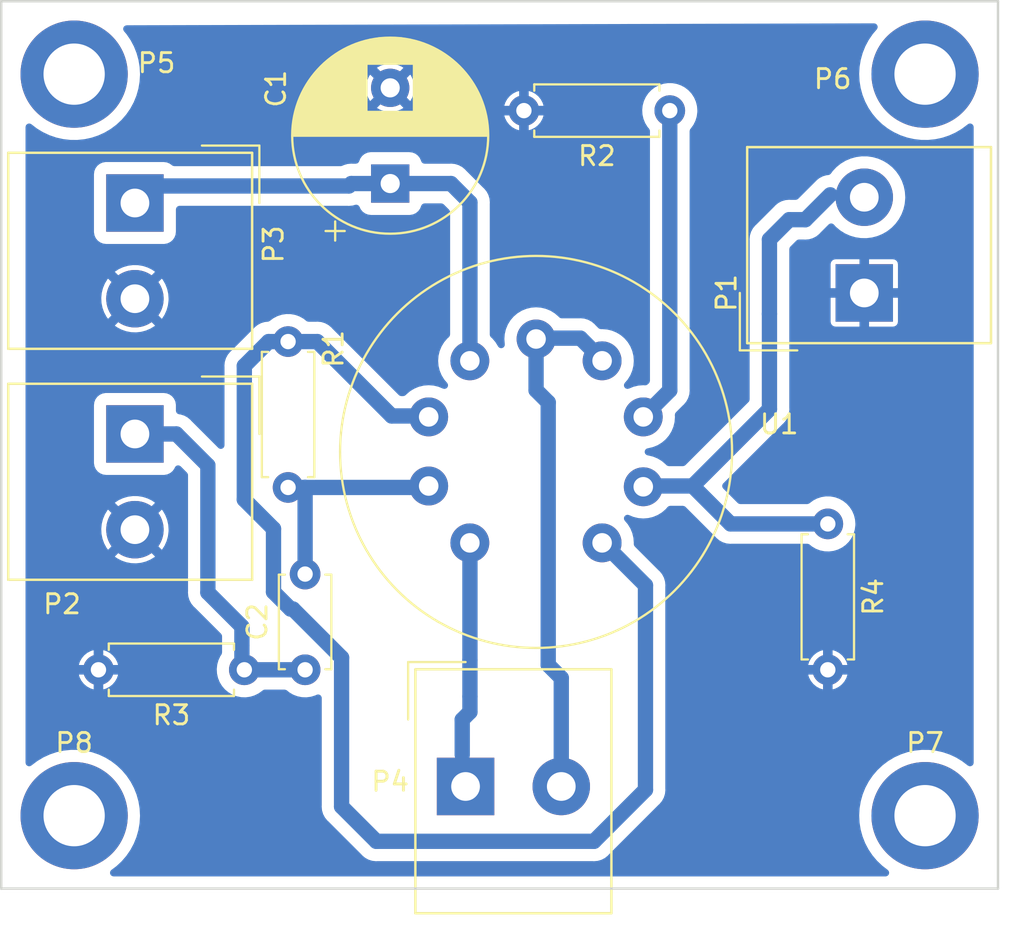
<source format=kicad_pcb>
(kicad_pcb (version 20221018) (generator pcbnew)
  (layers (0 "F.Cu" signal "top_cu") (31 "B.Cu" signal "bottom_cu") (34 "B.Paste" user) (35 "F.Paste" user) (36 "B.SilkS" user "B.Silkscreen") (37 "F.SilkS" user "F.Silkscreen") (38 "B.Mask" user) (39 "F.Mask" user) (44 "Edge.Cuts" user))
  (net 0 "")
  (net 1 "GND")
  (net 2 "Net-(C1-Pad1)")
  (net 3 "Net-(C2-Pad1)")
  (net 4 "Net-(C2-Pad2)")
  (net 5 "Net-(P1-Pad2)")
  (net 6 "Net-(P4-Pad1)")
  (net 7 "Net-(P4-Pad2)")
  (net 8 "Net-(R1-Pad1)")
  (net 9 "Net-(R2-Pad1)")
  (footprint "Capacitor_THT:CP_Radial_D10.0mm_P5.00mm" (layer "F.Cu") (at 141.605 99.695 90)
    (fp_text reference "C1" (at 4.953 -5.969 90) (layer "F.SilkS"))
    (fp_text value "10uF")
    (fp_line (start -2.979646 -2.875) (end -1.979646 -2.875) (stroke (width 0.12)) (layer "F.SilkS"))
    (fp_line (start -2.479646 -3.375) (end -2.479646 -2.375) (stroke (width 0.12)) (layer "F.SilkS"))
    (fp_line (start 2.5 -5.08) (end 2.5 5.08) (stroke (width 0.12)) (layer "F.SilkS"))
    (fp_line (start 2.54 -5.08) (end 2.54 5.08) (stroke (width 0.12)) (layer "F.SilkS"))
    (fp_line (start 2.58 -5.08) (end 2.58 5.08) (stroke (width 0.12)) (layer "F.SilkS"))
    (fp_line (start 2.62 -5.079) (end 2.62 5.079) (stroke (width 0.12)) (layer "F.SilkS"))
    (fp_line (start 2.66 -5.078) (end 2.66 5.078) (stroke (width 0.12)) (layer "F.SilkS"))
    (fp_line (start 2.7 -5.077) (end 2.7 5.077) (stroke (width 0.12)) (layer "F.SilkS"))
    (fp_line (start 2.74 -5.075) (end 2.74 5.075) (stroke (width 0.12)) (layer "F.SilkS"))
    (fp_line (start 2.78 -5.073) (end 2.78 5.073) (stroke (width 0.12)) (layer "F.SilkS"))
    (fp_line (start 2.82 -5.07) (end 2.82 5.07) (stroke (width 0.12)) (layer "F.SilkS"))
    (fp_line (start 2.86 -5.068) (end 2.86 5.068) (stroke (width 0.12)) (layer "F.SilkS"))
    (fp_line (start 2.9 -5.065) (end 2.9 5.065) (stroke (width 0.12)) (layer "F.SilkS"))
    (fp_line (start 2.94 -5.062) (end 2.94 5.062) (stroke (width 0.12)) (layer "F.SilkS"))
    (fp_line (start 2.98 -5.058) (end 2.98 5.058) (stroke (width 0.12)) (layer "F.SilkS"))
    (fp_line (start 3.02 -5.054) (end 3.02 5.054) (stroke (width 0.12)) (layer "F.SilkS"))
    (fp_line (start 3.06 -5.05) (end 3.06 5.05) (stroke (width 0.12)) (layer "F.SilkS"))
    (fp_line (start 3.1 -5.045) (end 3.1 5.045) (stroke (width 0.12)) (layer "F.SilkS"))
    (fp_line (start 3.14 -5.04) (end 3.14 5.04) (stroke (width 0.12)) (layer "F.SilkS"))
    (fp_line (start 3.18 -5.035) (end 3.18 5.035) (stroke (width 0.12)) (layer "F.SilkS"))
    (fp_line (start 3.221 -5.03) (end 3.221 5.03) (stroke (width 0.12)) (layer "F.SilkS"))
    (fp_line (start 3.261 -5.024) (end 3.261 5.024) (stroke (width 0.12)) (layer "F.SilkS"))
    (fp_line (start 3.301 -5.018) (end 3.301 5.018) (stroke (width 0.12)) (layer "F.SilkS"))
    (fp_line (start 3.341 -5.011) (end 3.341 5.011) (stroke (width 0.12)) (layer "F.SilkS"))
    (fp_line (start 3.381 -5.004) (end 3.381 5.004) (stroke (width 0.12)) (layer "F.SilkS"))
    (fp_line (start 3.421 -4.997) (end 3.421 4.997) (stroke (width 0.12)) (layer "F.SilkS"))
    (fp_line (start 3.461 -4.99) (end 3.461 4.99) (stroke (width 0.12)) (layer "F.SilkS"))
    (fp_line (start 3.501 -4.982) (end 3.501 4.982) (stroke (width 0.12)) (layer "F.SilkS"))
    (fp_line (start 3.541 -4.974) (end 3.541 4.974) (stroke (width 0.12)) (layer "F.SilkS"))
    (fp_line (start 3.581 -4.965) (end 3.581 4.965) (stroke (width 0.12)) (layer "F.SilkS"))
    (fp_line (start 3.621 -4.956) (end 3.621 4.956) (stroke (width 0.12)) (layer "F.SilkS"))
    (fp_line (start 3.661 -4.947) (end 3.661 4.947) (stroke (width 0.12)) (layer "F.SilkS"))
    (fp_line (start 3.701 -4.938) (end 3.701 4.938) (stroke (width 0.12)) (layer "F.SilkS"))
    (fp_line (start 3.741 -4.928) (end 3.741 4.928) (stroke (width 0.12)) (layer "F.SilkS"))
    (fp_line (start 3.781 -4.918) (end 3.781 -1.241) (stroke (width 0.12)) (layer "F.SilkS"))
    (fp_line (start 3.781 1.241) (end 3.781 4.918) (stroke (width 0.12)) (layer "F.SilkS"))
    (fp_line (start 3.821 -4.907) (end 3.821 -1.241) (stroke (width 0.12)) (layer "F.SilkS"))
    (fp_line (start 3.821 1.241) (end 3.821 4.907) (stroke (width 0.12)) (layer "F.SilkS"))
    (fp_line (start 3.861 -4.897) (end 3.861 -1.241) (stroke (width 0.12)) (layer "F.SilkS"))
    (fp_line (start 3.861 1.241) (end 3.861 4.897) (stroke (width 0.12)) (layer "F.SilkS"))
    (fp_line (start 3.901 -4.885) (end 3.901 -1.241) (stroke (width 0.12)) (layer "F.SilkS"))
    (fp_line (start 3.901 1.241) (end 3.901 4.885) (stroke (width 0.12)) (layer "F.SilkS"))
    (fp_line (start 3.941 -4.874) (end 3.941 -1.241) (stroke (width 0.12)) (layer "F.SilkS"))
    (fp_line (start 3.941 1.241) (end 3.941 4.874) (stroke (width 0.12)) (layer "F.SilkS"))
    (fp_line (start 3.981 -4.862) (end 3.981 -1.241) (stroke (width 0.12)) (layer "F.SilkS"))
    (fp_line (start 3.981 1.241) (end 3.981 4.862) (stroke (width 0.12)) (layer "F.SilkS"))
    (fp_line (start 4.021 -4.85) (end 4.021 -1.241) (stroke (width 0.12)) (layer "F.SilkS"))
    (fp_line (start 4.021 1.241) (end 4.021 4.85) (stroke (width 0.12)) (layer "F.SilkS"))
    (fp_line (start 4.061 -4.837) (end 4.061 -1.241) (stroke (width 0.12)) (layer "F.SilkS"))
    (fp_line (start 4.061 1.241) (end 4.061 4.837) (stroke (width 0.12)) (layer "F.SilkS"))
    (fp_line (start 4.101 -4.824) (end 4.101 -1.241) (stroke (width 0.12)) (layer "F.SilkS"))
    (fp_line (start 4.101 1.241) (end 4.101 4.824) (stroke (width 0.12)) (layer "F.SilkS"))
    (fp_line (start 4.141 -4.811) (end 4.141 -1.241) (stroke (width 0.12)) (layer "F.SilkS"))
    (fp_line (start 4.141 1.241) (end 4.141 4.811) (stroke (width 0.12)) (layer "F.SilkS"))
    (fp_line (start 4.181 -4.797) (end 4.181 -1.241) (stroke (width 0.12)) (layer "F.SilkS"))
    (fp_line (start 4.181 1.241) (end 4.181 4.797) (stroke (width 0.12)) (layer "F.SilkS"))
    (fp_line (start 4.221 -4.783) (end 4.221 -1.241) (stroke (width 0.12)) (layer "F.SilkS"))
    (fp_line (start 4.221 1.241) (end 4.221 4.783) (stroke (width 0.12)) (layer "F.SilkS"))
    (fp_line (start 4.261 -4.768) (end 4.261 -1.241) (stroke (width 0.12)) (layer "F.SilkS"))
    (fp_line (start 4.261 1.241) (end 4.261 4.768) (stroke (width 0.12)) (layer "F.SilkS"))
    (fp_line (start 4.301 -4.754) (end 4.301 -1.241) (stroke (width 0.12)) (layer "F.SilkS"))
    (fp_line (start 4.301 1.241) (end 4.301 4.754) (stroke (width 0.12)) (layer "F.SilkS"))
    (fp_line (start 4.341 -4.738) (end 4.341 -1.241) (stroke (width 0.12)) (layer "F.SilkS"))
    (fp_line (start 4.341 1.241) (end 4.341 4.738) (stroke (width 0.12)) (layer "F.SilkS"))
    (fp_line (start 4.381 -4.723) (end 4.381 -1.241) (stroke (width 0.12)) (layer "F.SilkS"))
    (fp_line (start 4.381 1.241) (end 4.381 4.723) (stroke (width 0.12)) (layer "F.SilkS"))
    (fp_line (start 4.421 -4.707) (end 4.421 -1.241) (stroke (width 0.12)) (layer "F.SilkS"))
    (fp_line (start 4.421 1.241) (end 4.421 4.707) (stroke (width 0.12)) (layer "F.SilkS"))
    (fp_line (start 4.461 -4.69) (end 4.461 -1.241) (stroke (width 0.12)) (layer "F.SilkS"))
    (fp_line (start 4.461 1.241) (end 4.461 4.69) (stroke (width 0.12)) (layer "F.SilkS"))
    (fp_line (start 4.501 -4.674) (end 4.501 -1.241) (stroke (width 0.12)) (layer "F.SilkS"))
    (fp_line (start 4.501 1.241) (end 4.501 4.674) (stroke (width 0.12)) (layer "F.SilkS"))
    (fp_line (start 4.541 -4.657) (end 4.541 -1.241) (stroke (width 0.12)) (layer "F.SilkS"))
    (fp_line (start 4.541 1.241) (end 4.541 4.657) (stroke (width 0.12)) (layer "F.SilkS"))
    (fp_line (start 4.581 -4.639) (end 4.581 -1.241) (stroke (width 0.12)) (layer "F.SilkS"))
    (fp_line (start 4.581 1.241) (end 4.581 4.639) (stroke (width 0.12)) (layer "F.SilkS"))
    (fp_line (start 4.621 -4.621) (end 4.621 -1.241) (stroke (width 0.12)) (layer "F.SilkS"))
    (fp_line (start 4.621 1.241) (end 4.621 4.621) (stroke (width 0.12)) (layer "F.SilkS"))
    (fp_line (start 4.661 -4.603) (end 4.661 -1.241) (stroke (width 0.12)) (layer "F.SilkS"))
    (fp_line (start 4.661 1.241) (end 4.661 4.603) (stroke (width 0.12)) (layer "F.SilkS"))
    (fp_line (start 4.701 -4.584) (end 4.701 -1.241) (stroke (width 0.12)) (layer "F.SilkS"))
    (fp_line (start 4.701 1.241) (end 4.701 4.584) (stroke (width 0.12)) (layer "F.SilkS"))
    (fp_line (start 4.741 -4.564) (end 4.741 -1.241) (stroke (width 0.12)) (layer "F.SilkS"))
    (fp_line (start 4.741 1.241) (end 4.741 4.564) (stroke (width 0.12)) (layer "F.SilkS"))
    (fp_line (start 4.781 -4.545) (end 4.781 -1.241) (stroke (width 0.12)) (layer "F.SilkS"))
    (fp_line (start 4.781 1.241) (end 4.781 4.545) (stroke (width 0.12)) (layer "F.SilkS"))
    (fp_line (start 4.821 -4.525) (end 4.821 -1.241) (stroke (width 0.12)) (layer "F.SilkS"))
    (fp_line (start 4.821 1.241) (end 4.821 4.525) (stroke (width 0.12)) (layer "F.SilkS"))
    (fp_line (start 4.861 -4.504) (end 4.861 -1.241) (stroke (width 0.12)) (layer "F.SilkS"))
    (fp_line (start 4.861 1.241) (end 4.861 4.504) (stroke (width 0.12)) (layer "F.SilkS"))
    (fp_line (start 4.901 -4.483) (end 4.901 -1.241) (stroke (width 0.12)) (layer "F.SilkS"))
    (fp_line (start 4.901 1.241) (end 4.901 4.483) (stroke (width 0.12)) (layer "F.SilkS"))
    (fp_line (start 4.941 -4.462) (end 4.941 -1.241) (stroke (width 0.12)) (layer "F.SilkS"))
    (fp_line (start 4.941 1.241) (end 4.941 4.462) (stroke (width 0.12)) (layer "F.SilkS"))
    (fp_line (start 4.981 -4.44) (end 4.981 -1.241) (stroke (width 0.12)) (layer "F.SilkS"))
    (fp_line (start 4.981 1.241) (end 4.981 4.44) (stroke (width 0.12)) (layer "F.SilkS"))
    (fp_line (start 5.021 -4.417) (end 5.021 -1.241) (stroke (width 0.12)) (layer "F.SilkS"))
    (fp_line (start 5.021 1.241) (end 5.021 4.417) (stroke (width 0.12)) (layer "F.SilkS"))
    (fp_line (start 5.061 -4.395) (end 5.061 -1.241) (stroke (width 0.12)) (layer "F.SilkS"))
    (fp_line (start 5.061 1.241) (end 5.061 4.395) (stroke (width 0.12)) (layer "F.SilkS"))
    (fp_line (start 5.101 -4.371) (end 5.101 -1.241) (stroke (width 0.12)) (layer "F.SilkS"))
    (fp_line (start 5.101 1.241) (end 5.101 4.371) (stroke (width 0.12)) (layer "F.SilkS"))
    (fp_line (start 5.141 -4.347) (end 5.141 -1.241) (stroke (width 0.12)) (layer "F.SilkS"))
    (fp_line (start 5.141 1.241) (end 5.141 4.347) (stroke (width 0.12)) (layer "F.SilkS"))
    (fp_line (start 5.181 -4.323) (end 5.181 -1.241) (stroke (width 0.12)) (layer "F.SilkS"))
    (fp_line (start 5.181 1.241) (end 5.181 4.323) (stroke (width 0.12)) (layer "F.SilkS"))
    (fp_line (start 5.221 -4.298) (end 5.221 -1.241) (stroke (width 0.12)) (layer "F.SilkS"))
    (fp_line (start 5.221 1.241) (end 5.221 4.298) (stroke (width 0.12)) (layer "F.SilkS"))
    (fp_line (start 5.261 -4.273) (end 5.261 -1.241) (stroke (width 0.12)) (layer "F.SilkS"))
    (fp_line (start 5.261 1.241) (end 5.261 4.273) (stroke (width 0.12)) (layer "F.SilkS"))
    (fp_line (start 5.301 -4.247) (end 5.301 -1.241) (stroke (width 0.12)) (layer "F.SilkS"))
    (fp_line (start 5.301 1.241) (end 5.301 4.247) (stroke (width 0.12)) (layer "F.SilkS"))
    (fp_line (start 5.341 -4.221) (end 5.341 -1.241) (stroke (width 0.12)) (layer "F.SilkS"))
    (fp_line (start 5.341 1.241) (end 5.341 4.221) (stroke (width 0.12)) (layer "F.SilkS"))
    (fp_line (start 5.381 -4.194) (end 5.381 -1.241) (stroke (width 0.12)) (layer "F.SilkS"))
    (fp_line (start 5.381 1.241) (end 5.381 4.194) (stroke (width 0.12)) (layer "F.SilkS"))
    (fp_line (start 5.421 -4.166) (end 5.421 -1.241) (stroke (width 0.12)) (layer "F.SilkS"))
    (fp_line (start 5.421 1.241) (end 5.421 4.166) (stroke (width 0.12)) (layer "F.SilkS"))
    (fp_line (start 5.461 -4.138) (end 5.461 -1.241) (stroke (width 0.12)) (layer "F.SilkS"))
    (fp_line (start 5.461 1.241) (end 5.461 4.138) (stroke (width 0.12)) (layer "F.SilkS"))
    (fp_line (start 5.501 -4.11) (end 5.501 -1.241) (stroke (width 0.12)) (layer "F.SilkS"))
    (fp_line (start 5.501 1.241) (end 5.501 4.11) (stroke (width 0.12)) (layer "F.SilkS"))
    (fp_line (start 5.541 -4.08) (end 5.541 -1.241) (stroke (width 0.12)) (layer "F.SilkS"))
    (fp_line (start 5.541 1.241) (end 5.541 4.08) (stroke (width 0.12)) (layer "F.SilkS"))
    (fp_line (start 5.581 -4.05) (end 5.581 -1.241) (stroke (width 0.12)) (layer "F.SilkS"))
    (fp_line (start 5.581 1.241) (end 5.581 4.05) (stroke (width 0.12)) (layer "F.SilkS"))
    (fp_line (start 5.621 -4.02) (end 5.621 -1.241) (stroke (width 0.12)) (layer "F.SilkS"))
    (fp_line (start 5.621 1.241) (end 5.621 4.02) (stroke (width 0.12)) (layer "F.SilkS"))
    (fp_line (start 5.661 -3.989) (end 5.661 -1.241) (stroke (width 0.12)) (layer "F.SilkS"))
    (fp_line (start 5.661 1.241) (end 5.661 3.989) (stroke (width 0.12)) (layer "F.SilkS"))
    (fp_line (start 5.701 -3.957) (end 5.701 -1.241) (stroke (width 0.12)) (layer "F.SilkS"))
    (fp_line (start 5.701 1.241) (end 5.701 3.957) (stroke (width 0.12)) (layer "F.SilkS"))
    (fp_line (start 5.741 -3.925) (end 5.741 -1.241) (stroke (width 0.12)) (layer "F.SilkS"))
    (fp_line (start 5.741 1.241) (end 5.741 3.925) (stroke (width 0.12)) (layer "F.SilkS"))
    (fp_line (start 5.781 -3.892) (end 5.781 -1.241) (stroke (width 0.12)) (layer "F.SilkS"))
    (fp_line (start 5.781 1.241) (end 5.781 3.892) (stroke (width 0.12)) (layer "F.SilkS"))
    (fp_line (start 5.821 -3.858) (end 5.821 -1.241) (stroke (width 0.12)) (layer "F.SilkS"))
    (fp_line (start 5.821 1.241) (end 5.821 3.858) (stroke (width 0.12)) (layer "F.SilkS"))
    (fp_line (start 5.861 -3.824) (end 5.861 -1.241) (stroke (width 0.12)) (layer "F.SilkS"))
    (fp_line (start 5.861 1.241) (end 5.861 3.824) (stroke (width 0.12)) (layer "F.SilkS"))
    (fp_line (start 5.901 -3.789) (end 5.901 -1.241) (stroke (width 0.12)) (layer "F.SilkS"))
    (fp_line (start 5.901 1.241) (end 5.901 3.789) (stroke (width 0.12)) (layer "F.SilkS"))
    (fp_line (start 5.941 -3.753) (end 5.941 -1.241) (stroke (width 0.12)) (layer "F.SilkS"))
    (fp_line (start 5.941 1.241) (end 5.941 3.753) (stroke (width 0.12)) (layer "F.SilkS"))
    (fp_line (start 5.981 -3.716) (end 5.981 -1.241) (stroke (width 0.12)) (layer "F.SilkS"))
    (fp_line (start 5.981 1.241) (end 5.981 3.716) (stroke (width 0.12)) (layer "F.SilkS"))
    (fp_line (start 6.021 -3.679) (end 6.021 -1.241) (stroke (width 0.12)) (layer "F.SilkS"))
    (fp_line (start 6.021 1.241) (end 6.021 3.679) (stroke (width 0.12)) (layer "F.SilkS"))
    (fp_line (start 6.061 -3.64) (end 6.061 -1.241) (stroke (width 0.12)) (layer "F.SilkS"))
    (fp_line (start 6.061 1.241) (end 6.061 3.64) (stroke (width 0.12)) (layer "F.SilkS"))
    (fp_line (start 6.101 -3.601) (end 6.101 -1.241) (stroke (width 0.12)) (layer "F.SilkS"))
    (fp_line (start 6.101 1.241) (end 6.101 3.601) (stroke (width 0.12)) (layer "F.SilkS"))
    (fp_line (start 6.141 -3.561) (end 6.141 -1.241) (stroke (width 0.12)) (layer "F.SilkS"))
    (fp_line (start 6.141 1.241) (end 6.141 3.561) (stroke (width 0.12)) (layer "F.SilkS"))
    (fp_line (start 6.181 -3.52) (end 6.181 -1.241) (stroke (width 0.12)) (layer "F.SilkS"))
    (fp_line (start 6.181 1.241) (end 6.181 3.52) (stroke (width 0.12)) (layer "F.SilkS"))
    (fp_line (start 6.221 -3.478) (end 6.221 -1.241) (stroke (width 0.12)) (layer "F.SilkS"))
    (fp_line (start 6.221 1.241) (end 6.221 3.478) (stroke (width 0.12)) (layer "F.SilkS"))
    (fp_line (start 6.261 -3.436) (end 6.261 3.436) (stroke (width 0.12)) (layer "F.SilkS"))
    (fp_line (start 6.301 -3.392) (end 6.301 3.392) (stroke (width 0.12)) (layer "F.SilkS"))
    (fp_line (start 6.341 -3.347) (end 6.341 3.347) (stroke (width 0.12)) (layer "F.SilkS"))
    (fp_line (start 6.381 -3.301) (end 6.381 3.301) (stroke (width 0.12)) (layer "F.SilkS"))
    (fp_line (start 6.421 -3.254) (end 6.421 3.254) (stroke (width 0.12)) (layer "F.SilkS"))
    (fp_line (start 6.461 -3.206) (end 6.461 3.206) (stroke (width 0.12)) (layer "F.SilkS"))
    (fp_line (start 6.501 -3.156) (end 6.501 3.156) (stroke (width 0.12)) (layer "F.SilkS"))
    (fp_line (start 6.541 -3.106) (end 6.541 3.106) (stroke (width 0.12)) (layer "F.SilkS"))
    (fp_line (start 6.581 -3.054) (end 6.581 3.054) (stroke (width 0.12)) (layer "F.SilkS"))
    (fp_line (start 6.621 -3) (end 6.621 3) (stroke (width 0.12)) (layer "F.SilkS"))
    (fp_line (start 6.661 -2.945) (end 6.661 2.945) (stroke (width 0.12)) (layer "F.SilkS"))
    (fp_line (start 6.701 -2.889) (end 6.701 2.889) (stroke (width 0.12)) (layer "F.SilkS"))
    (fp_line (start 6.741 -2.83) (end 6.741 2.83) (stroke (width 0.12)) (layer "F.SilkS"))
    (fp_line (start 6.781 -2.77) (end 6.781 2.77) (stroke (width 0.12)) (layer "F.SilkS"))
    (fp_line (start 6.821 -2.709) (end 6.821 2.709) (stroke (width 0.12)) (layer "F.SilkS"))
    (fp_line (start 6.861 -2.645) (end 6.861 2.645) (stroke (width 0.12)) (layer "F.SilkS"))
    (fp_line (start 6.901 -2.579) (end 6.901 2.579) (stroke (width 0.12)) (layer "F.SilkS"))
    (fp_line (start 6.941 -2.51) (end 6.941 2.51) (stroke (width 0.12)) (layer "F.SilkS"))
    (fp_line (start 6.981 -2.439) (end 6.981 2.439) (stroke (width 0.12)) (layer "F.SilkS"))
    (fp_line (start 7.021 -2.365) (end 7.021 2.365) (stroke (width 0.12)) (layer "F.SilkS"))
    (fp_line (start 7.061 -2.289) (end 7.061 2.289) (stroke (width 0.12)) (layer "F.SilkS"))
    (fp_line (start 7.101 -2.209) (end 7.101 2.209) (stroke (width 0.12)) (layer "F.SilkS"))
    (fp_line (start 7.141 -2.125) (end 7.141 2.125) (stroke (width 0.12)) (layer "F.SilkS"))
    (fp_line (start 7.181 -2.037) (end 7.181 2.037) (stroke (width 0.12)) (layer "F.SilkS"))
    (fp_line (start 7.221 -1.944) (end 7.221 1.944) (stroke (width 0.12)) (layer "F.SilkS"))
    (fp_line (start 7.261 -1.846) (end 7.261 1.846) (stroke (width 0.12)) (layer "F.SilkS"))
    (fp_line (start 7.301 -1.742) (end 7.301 1.742) (stroke (width 0.12)) (layer "F.SilkS"))
    (fp_line (start 7.341 -1.63) (end 7.341 1.63) (stroke (width 0.12)) (layer "F.SilkS"))
    (fp_line (start 7.381 -1.51) (end 7.381 1.51) (stroke (width 0.12)) (layer "F.SilkS"))
    (fp_line (start 7.421 -1.378) (end 7.421 1.378) (stroke (width 0.12)) (layer "F.SilkS"))
    (fp_line (start 7.461 -1.23) (end 7.461 1.23) (stroke (width 0.12)) (layer "F.SilkS"))
    (fp_line (start 7.501 -1.062) (end 7.501 1.062) (stroke (width 0.12)) (layer "F.SilkS"))
    (fp_line (start 7.541 -0.862) (end 7.541 0.862) (stroke (width 0.12)) (layer "F.SilkS"))
    (fp_line (start 7.581 -0.599) (end 7.581 0.599) (stroke (width 0.12)) (layer "F.SilkS"))
    (fp_circle (center 2.5 0) (end 7.62 0) (stroke (width 0.12)) (fill none) (layer "F.SilkS"))
    (pad "1" thru_hole rect (at 0 0 90) (size 2 2) (drill 1) (layers "*.Cu" "*.Mask") (net 2 "Net-(C1-Pad1)"))
    (pad "2" thru_hole circle (at 5 0 90) (size 2 2) (drill 1) (layers "*.Cu" "*.Mask") (net 1 "GND"))
  )
  (footprint "Capacitor_THT:C_Disc_D4.7mm_W2.5mm_P5.00mm" (layer "F.Cu") (at 137.16 125.095 90)
    (fp_text reference "C2" (at 2.5 -2.5 90) (layer "F.SilkS"))
    (fp_text value "680nF")
    (fp_line (start 0.03 -1.37) (end 0.03 -1.055) (stroke (width 0.12)) (layer "F.SilkS"))
    (fp_line (start 0.03 -1.37) (end 4.97 -1.37) (stroke (width 0.12)) (layer "F.SilkS"))
    (fp_line (start 0.03 1.055) (end 0.03 1.37) (stroke (width 0.12)) (layer "F.SilkS"))
    (fp_line (start 0.03 1.37) (end 4.97 1.37) (stroke (width 0.12)) (layer "F.SilkS"))
    (fp_line (start 4.97 -1.37) (end 4.97 -1.055) (stroke (width 0.12)) (layer "F.SilkS"))
    (fp_line (start 4.97 1.055) (end 4.97 1.37) (stroke (width 0.12)) (layer "F.SilkS"))
    (pad "1" thru_hole circle (at 0 0 90) (size 1.6 1.6) (drill 0.8) (layers "*.Cu" "*.Mask") (net 3 "Net-(C2-Pad1)"))
    (pad "2" thru_hole circle (at 5 0 90) (size 1.6 1.6) (drill 0.8) (layers "*.Cu" "*.Mask") (net 4 "Net-(C2-Pad2)"))
  )
  (footprint "MountingHole:MountingHole_3.2mm_M3_DIN965_Pad" (layer "F.Cu") (at 125.095 93.98)
    (fp_text reference "P5" (at 4.305 -0.58) (layer "F.SilkS"))
    (fp_text value "MOUNTING_HOLE")
    (pad "1" thru_hole circle (at 0 0) (size 5.6 5.6) (drill 3.2) (layers "*.Cu" "*.Mask"))
  )
  (footprint "MountingHole:MountingHole_3.2mm_M3_DIN965_Pad" (layer "F.Cu") (at 169.545 93.98)
    (fp_text reference "P6" (at -4.826 0.254) (layer "F.SilkS"))
    (fp_text value "MOUNTING_HOLE")
    (pad "1" thru_hole circle (at 0 0) (size 5.6 5.6) (drill 3.2) (layers "*.Cu" "*.Mask"))
  )
  (footprint "MountingHole:MountingHole_3.2mm_M3_DIN965_Pad" (layer "F.Cu") (at 169.545 132.715)
    (fp_text reference "P7" (at 0 -3.8) (layer "F.SilkS"))
    (fp_text value "MOUNTING_HOLE")
    (pad "1" thru_hole circle (at 0 0) (size 5.6 5.6) (drill 3.2) (layers "*.Cu" "*.Mask"))
  )
  (footprint "Resistor_THT:R_Axial_DIN0207_L6.3mm_D2.5mm_P7.62mm_Horizontal" (layer "F.Cu") (at 136.271 107.95 -90)
    (fp_text reference "R1" (at 0.381 -2.37 90) (layer "F.SilkS"))
    (fp_text value "1.5K")
    (fp_line (start 0.54 -1.37) (end 7.08 -1.37) (stroke (width 0.12)) (layer "F.SilkS"))
    (fp_line (start 0.54 -1.04) (end 0.54 -1.37) (stroke (width 0.12)) (layer "F.SilkS"))
    (fp_line (start 0.54 1.04) (end 0.54 1.37) (stroke (width 0.12)) (layer "F.SilkS"))
    (fp_line (start 0.54 1.37) (end 7.08 1.37) (stroke (width 0.12)) (layer "F.SilkS"))
    (fp_line (start 7.08 -1.37) (end 7.08 -1.04) (stroke (width 0.12)) (layer "F.SilkS"))
    (fp_line (start 7.08 1.37) (end 7.08 1.04) (stroke (width 0.12)) (layer "F.SilkS"))
    (pad "1" thru_hole circle (at 0 0 270) (size 1.6 1.6) (drill 0.8) (layers "*.Cu" "*.Mask") (net 8 "Net-(R1-Pad1)"))
    (pad "2" thru_hole oval (at 7.62 0 270) (size 1.6 1.6) (drill 0.8) (layers "*.Cu" "*.Mask") (net 4 "Net-(C2-Pad2)"))
  )
  (footprint "Resistor_THT:R_Axial_DIN0207_L6.3mm_D2.5mm_P7.62mm_Horizontal" (layer "F.Cu") (at 156.21 95.885 180)
    (fp_text reference "R2" (at 3.81 -2.37) (layer "F.SilkS"))
    (fp_text value "1.5K")
    (fp_line (start 0.54 -1.37) (end 7.08 -1.37) (stroke (width 0.12)) (layer "F.SilkS"))
    (fp_line (start 0.54 -1.04) (end 0.54 -1.37) (stroke (width 0.12)) (layer "F.SilkS"))
    (fp_line (start 0.54 1.04) (end 0.54 1.37) (stroke (width 0.12)) (layer "F.SilkS"))
    (fp_line (start 0.54 1.37) (end 7.08 1.37) (stroke (width 0.12)) (layer "F.SilkS"))
    (fp_line (start 7.08 -1.37) (end 7.08 -1.04) (stroke (width 0.12)) (layer "F.SilkS"))
    (fp_line (start 7.08 1.37) (end 7.08 1.04) (stroke (width 0.12)) (layer "F.SilkS"))
    (pad "1" thru_hole circle (at 0 0 180) (size 1.6 1.6) (drill 0.8) (layers "*.Cu" "*.Mask") (net 9 "Net-(R2-Pad1)"))
    (pad "2" thru_hole oval (at 7.62 0 180) (size 1.6 1.6) (drill 0.8) (layers "*.Cu" "*.Mask") (net 1 "GND"))
  )
  (footprint "Resistor_THT:R_Axial_DIN0207_L6.3mm_D2.5mm_P7.62mm_Horizontal" (layer "F.Cu") (at 164.465 117.475 -90)
    (fp_text reference "R4" (at 3.81 -2.37 90) (layer "F.SilkS"))
    (fp_text value "47K")
    (fp_line (start 0.54 -1.37) (end 7.08 -1.37) (stroke (width 0.12)) (layer "F.SilkS"))
    (fp_line (start 0.54 -1.04) (end 0.54 -1.37) (stroke (width 0.12)) (layer "F.SilkS"))
    (fp_line (start 0.54 1.04) (end 0.54 1.37) (stroke (width 0.12)) (layer "F.SilkS"))
    (fp_line (start 0.54 1.37) (end 7.08 1.37) (stroke (width 0.12)) (layer "F.SilkS"))
    (fp_line (start 7.08 -1.37) (end 7.08 -1.04) (stroke (width 0.12)) (layer "F.SilkS"))
    (fp_line (start 7.08 1.37) (end 7.08 1.04) (stroke (width 0.12)) (layer "F.SilkS"))
    (pad "1" thru_hole circle (at 0 0 270) (size 1.6 1.6) (drill 0.8) (layers "*.Cu" "*.Mask") (net 5 "Net-(P1-Pad2)"))
    (pad "2" thru_hole oval (at 7.62 0 270) (size 1.6 1.6) (drill 0.8) (layers "*.Cu" "*.Mask") (net 1 "GND"))
  )
  (footprint "TerminalBlock_Altech:Altech_AK300_1x02_P5.00mm_45-Degree" (layer "F.Cu") (at 128.27 112.776 -90)
    (fp_text reference "P2" (at 8.89 3.81 180) (layer "F.SilkS"))
    (fp_text value "OUT")
    (fp_line (start -3 -6.5) (end 0 -6.5) (stroke (width 0.12)) (layer "F.SilkS"))
    (fp_line (start -3 -3.5) (end -3 -6.5) (stroke (width 0.12)) (layer "F.SilkS"))
    (fp_line (start -2.62 -6.12) (end -2.62 6.62) (stroke (width 0.12)) (layer "F.SilkS"))
    (fp_line (start -2.62 -6.12) (end -2.62 6.62) (stroke (width 0.12)) (layer "F.SilkS"))
    (fp_line (start -2.62 -6.12) (end 7.62 -6.12) (stroke (width 0.12)) (layer "F.SilkS"))
    (fp_line (start -2.62 -6.12) (end 7.62 -6.12) (stroke (width 0.12)) (layer "F.SilkS"))
    (fp_line (start -2.62 6.62) (end 7.62 6.62) (stroke (width 0.12)) (layer "F.SilkS"))
    (fp_line (start -2.62 6.62) (end 7.62 6.62) (stroke (width 0.12)) (layer "F.SilkS"))
    (fp_line (start 7.62 -6.12) (end 7.62 6.62) (stroke (width 0.12)) (layer "F.SilkS"))
    (fp_line (start 7.62 -6.12) (end 7.62 6.62) (stroke (width 0.12)) (layer "F.SilkS"))
    (pad "1" thru_hole rect (at 0 0 270) (size 3 3) (drill 1.5) (layers "*.Cu" "*.Mask") (net 3 "Net-(C2-Pad1)"))
    (pad "2" thru_hole circle (at 5 0 270) (size 3 3) (drill 1.5) (layers "*.Cu" "*.Mask") (net 1 "GND"))
  )
  (footprint "TerminalBlock_Altech:Altech_AK300_1x02_P5.00mm_45-Degree" (layer "F.Cu") (at 128.27 100.711 -90)
    (fp_text reference "P3" (at 2.159 -7.239 90) (layer "F.SilkS"))
    (fp_text value "POWER")
    (fp_line (start -3 -6.5) (end 0 -6.5) (stroke (width 0.12)) (layer "F.SilkS"))
    (fp_line (start -3 -3.5) (end -3 -6.5) (stroke (width 0.12)) (layer "F.SilkS"))
    (fp_line (start -2.62 -6.12) (end -2.62 6.62) (stroke (width 0.12)) (layer "F.SilkS"))
    (fp_line (start -2.62 -6.12) (end -2.62 6.62) (stroke (width 0.12)) (layer "F.SilkS"))
    (fp_line (start -2.62 -6.12) (end 7.62 -6.12) (stroke (width 0.12)) (layer "F.SilkS"))
    (fp_line (start -2.62 -6.12) (end 7.62 -6.12) (stroke (width 0.12)) (layer "F.SilkS"))
    (fp_line (start -2.62 6.62) (end 7.62 6.62) (stroke (width 0.12)) (layer "F.SilkS"))
    (fp_line (start -2.62 6.62) (end 7.62 6.62) (stroke (width 0.12)) (layer "F.SilkS"))
    (fp_line (start 7.62 -6.12) (end 7.62 6.62) (stroke (width 0.12)) (layer "F.SilkS"))
    (fp_line (start 7.62 -6.12) (end 7.62 6.62) (stroke (width 0.12)) (layer "F.SilkS"))
    (pad "1" thru_hole rect (at 0 0 270) (size 3 3) (drill 1.5) (layers "*.Cu" "*.Mask") (net 2 "Net-(C1-Pad1)"))
    (pad "2" thru_hole circle (at 5 0 270) (size 3 3) (drill 1.5) (layers "*.Cu" "*.Mask") (net 1 "GND"))
  )
  (footprint "TerminalBlock_Altech:Altech_AK300_1x02_P5.00mm_45-Degree" (layer "F.Cu") (at 145.542 131.191)
    (fp_text reference "P4" (at -3.937 -0.254) (layer "F.SilkS"))
    (fp_text value "CONN_2")
    (fp_line (start -3 -6.5) (end 0 -6.5) (stroke (width 0.12)) (layer "F.SilkS"))
    (fp_line (start -3 -3.5) (end -3 -6.5) (stroke (width 0.12)) (layer "F.SilkS"))
    (fp_line (start -2.62 -6.12) (end -2.62 6.62) (stroke (width 0.12)) (layer "F.SilkS"))
    (fp_line (start -2.62 -6.12) (end -2.62 6.62) (stroke (width 0.12)) (layer "F.SilkS"))
    (fp_line (start -2.62 -6.12) (end 7.62 -6.12) (stroke (width 0.12)) (layer "F.SilkS"))
    (fp_line (start -2.62 -6.12) (end 7.62 -6.12) (stroke (width 0.12)) (layer "F.SilkS"))
    (fp_line (start -2.62 6.62) (end 7.62 6.62) (stroke (width 0.12)) (layer "F.SilkS"))
    (fp_line (start -2.62 6.62) (end 7.62 6.62) (stroke (width 0.12)) (layer "F.SilkS"))
    (fp_line (start 7.62 -6.12) (end 7.62 6.62) (stroke (width 0.12)) (layer "F.SilkS"))
    (fp_line (start 7.62 -6.12) (end 7.62 6.62) (stroke (width 0.12)) (layer "F.SilkS"))
    (pad "1" thru_hole rect (at 0 0) (size 3 3) (drill 1.5) (layers "*.Cu" "*.Mask") (net 6 "Net-(P4-Pad1)"))
    (pad "2" thru_hole circle (at 5 0) (size 3 3) (drill 1.5) (layers "*.Cu" "*.Mask") (net 7 "Net-(P4-Pad2)"))
  )
  (footprint "Resistor_THT:R_Axial_DIN0207_L6.3mm_D2.5mm_P7.62mm_Horizontal" (layer "F.Cu") (at 133.985 125.095 180)
    (fp_text reference "R3" (at 3.81 -2.37) (layer "F.SilkS"))
    (fp_text value "100K")
    (fp_line (start 0.54 -1.37) (end 7.08 -1.37) (stroke (width 0.12)) (layer "F.SilkS"))
    (fp_line (start 0.54 -1.04) (end 0.54 -1.37) (stroke (width 0.12)) (layer "F.SilkS"))
    (fp_line (start 0.54 1.04) (end 0.54 1.37) (stroke (width 0.12)) (layer "F.SilkS"))
    (fp_line (start 0.54 1.37) (end 7.08 1.37) (stroke (width 0.12)) (layer "F.SilkS"))
    (fp_line (start 7.08 -1.37) (end 7.08 -1.04) (stroke (width 0.12)) (layer "F.SilkS"))
    (fp_line (start 7.08 1.37) (end 7.08 1.04) (stroke (width 0.12)) (layer "F.SilkS"))
    (pad "1" thru_hole circle (at 0 0 180) (size 1.6 1.6) (drill 0.8) (layers "*.Cu" "*.Mask") (net 3 "Net-(C2-Pad1)"))
    (pad "2" thru_hole oval (at 7.62 0 180) (size 1.6 1.6) (drill 0.8) (layers "*.Cu" "*.Mask") (net 1 "GND"))
  )
  (footprint "Valve:Valve_ECC-83-1" (layer "F.Cu") (at 149.225 113.665)
    (fp_text reference "U1" (at 12.7 -1.397) (layer "F.SilkS"))
    (fp_text value "ECC83")
    (fp_circle (center 0 0.05) (end 10.16 1.32) (stroke (width 0.12)) (fill none) (layer "F.SilkS"))
    (pad "1" thru_hole circle (at 3.45 4.8) (size 2.03 2.03) (drill 1.02) (layers "*.Cu" "*.Mask") (net 8 "Net-(R1-Pad1)"))
    (pad "2" thru_hole circle (at 5.6 1.87) (size 2.03 2.03) (drill 1.02) (layers "*.Cu" "*.Mask") (net 5 "Net-(P1-Pad2)"))
    (pad "3" thru_hole circle (at 5.6 -1.78) (size 2.03 2.03) (drill 1.02) (layers "*.Cu" "*.Mask") (net 9 "Net-(R2-Pad1)"))
    (pad "4" thru_hole circle (at 3.45 -4.71) (size 2.03 2.03) (drill 1.02) (layers "*.Cu" "*.Mask") (net 7 "Net-(P4-Pad2)"))
    (pad "5" thru_hole circle (at 0 -5.85) (size 2.03 2.03) (drill 1.02) (layers "*.Cu" "*.Mask") (net 7 "Net-(P4-Pad2)"))
    (pad "6" thru_hole circle (at -3.46 -4.71) (size 2.03 2.03) (drill 1.02) (layers "*.Cu" "*.Mask") (net 2 "Net-(C1-Pad1)"))
    (pad "7" thru_hole circle (at -5.61 -1.78) (size 2.03 2.03) (drill 1.02) (layers "*.Cu" "*.Mask") (net 8 "Net-(R1-Pad1)"))
    (pad "8" thru_hole circle (at -5.61 1.83) (size 2.03 2.03) (drill 1.02) (layers "*.Cu" "*.Mask") (net 4 "Net-(C2-Pad2)"))
    (pad "9" thru_hole circle (at -3.46 4.8) (size 2.03 2.03) (drill 1.02) (layers "*.Cu" "*.Mask") (net 6 "Net-(P4-Pad1)"))
  )
  (footprint "TerminalBlock_Altech:Altech_AK300_1x02_P5.00mm_45-Degree" (layer "F.Cu") (at 166.37 105.41 90)
    (fp_text reference "P1" (at 0 -7.2 90) (layer "F.SilkS"))
    (fp_text value "IN")
    (fp_line (start -3 -6.5) (end 0 -6.5) (stroke (width 0.12)) (layer "F.SilkS"))
    (fp_line (start -3 -3.5) (end -3 -6.5) (stroke (width 0.12)) (layer "F.SilkS"))
    (fp_line (start -2.62 -6.12) (end -2.62 6.62) (stroke (width 0.12)) (layer "F.SilkS"))
    (fp_line (start -2.62 -6.12) (end -2.62 6.62) (stroke (width 0.12)) (layer "F.SilkS"))
    (fp_line (start -2.62 -6.12) (end 7.62 -6.12) (stroke (width 0.12)) (layer "F.SilkS"))
    (fp_line (start -2.62 -6.12) (end 7.62 -6.12) (stroke (width 0.12)) (layer "F.SilkS"))
    (fp_line (start -2.62 6.62) (end 7.62 6.62) (stroke (width 0.12)) (layer "F.SilkS"))
    (fp_line (start -2.62 6.62) (end 7.62 6.62) (stroke (width 0.12)) (layer "F.SilkS"))
    (fp_line (start 7.62 -6.12) (end 7.62 6.62) (stroke (width 0.12)) (layer "F.SilkS"))
    (fp_line (start 7.62 -6.12) (end 7.62 6.62) (stroke (width 0.12)) (layer "F.SilkS"))
    (pad "1" thru_hole rect (at 0 0 90) (size 3 3) (drill 1.5) (layers "*.Cu" "*.Mask") (net 1 "GND"))
    (pad "2" thru_hole circle (at 5 0 90) (size 3 3) (drill 1.5) (layers "*.Cu" "*.Mask") (net 5 "Net-(P1-Pad2)"))
  )
  (footprint "MountingHole:MountingHole_3.2mm_M3_DIN965_Pad" (layer "F.Cu") (at 125.095 132.715)
    (fp_text reference "P8" (at 0 -3.8) (layer "F.SilkS"))
    (fp_text value "MOUNTING_HOLE")
    (pad "1" thru_hole circle (at 0 0) (size 5.6 5.6) (drill 3.2) (layers "*.Cu" "*.Mask"))
  )
  (gr_line (start 173.355 90.17) (end 173.355 136.525) (stroke (width 0.127)) (layer "Edge.Cuts"))
  (gr_line (start 121.285 90.17) (end 121.285 136.525) (stroke (width 0.127)) (layer "Edge.Cuts"))
  (gr_line (start 173.355 90.17) (end 121.285 90.17) (stroke (width 0.127)) (layer "Edge.Cuts"))
  (gr_line (start 121.285 136.525) (end 173.355 136.525) (stroke (width 0.127)) (layer "Edge.Cuts"))
  (segment (start 139.573 99.695) (end 141.605 99.695) (width 0.8) (layer "B.Cu") (net 2))
  (segment (start 139.446 99.822) (end 139.573 99.695) (width 0.8) (layer "B.Cu") (net 2))
  (segment (start 144.78 99.695) (end 141.605 99.695) (width 0.8) (layer "B.Cu") (net 2))
  (segment (start 139.446 99.822) (end 129.159 99.822) (width 0.8) (layer "B.Cu") (net 2))
  (segment (start 145.7706 100.6856) (end 144.78 99.695) (width 0.8) (layer "B.Cu") (net 2))
  (segment (start 145.7706 108.91012) (end 145.7706 100.6856) (width 0.8) (layer "B.Cu") (net 2))
  (segment (start 129.159 99.822) (end 128.27 100.711) (width 0.8) (layer "B.Cu") (net 2))
  (segment (start 133.858 123.825) (end 133.858 122.837172) (width 0.8) (layer "B.Cu") (net 3))
  (segment (start 133.858 124.968) (end 133.858 123.825) (width 0.8) (layer "B.Cu") (net 3))
  (segment (start 133.858 122.837172) (end 132.08 121.059172) (width 0.8) (layer "B.Cu") (net 3))
  (segment (start 133.985 125.095) (end 133.858 124.968) (width 0.8) (layer "B.Cu") (net 3))
  (segment (start 132.08 114.4224) (end 130.4336 112.776) (width 0.8) (layer "B.Cu") (net 3))
  (segment (start 132.08 121.059172) (end 132.08 114.4224) (width 0.8) (layer "B.Cu") (net 3))
  (segment (start 130.4336 112.776) (end 128.27 112.776) (width 0.8) (layer "B.Cu") (net 3))
  (segment (start 137.16 125.095) (end 133.985 125.095) (width 0.8) (layer "B.Cu") (net 3))
  (segment (start 136.271 115.57) (end 137.16 115.57) (width 0.8) (layer "B.Cu") (net 4))
  (segment (start 137.16 120.015) (end 137.16 115.57) (width 0.8) (layer "B.Cu") (net 4))
  (segment (start 137.16 115.57) (end 143.49984 115.57) (width 0.8) (layer "B.Cu") (net 4))
  (segment (start 143.49984 115.57) (end 143.61668 115.45316) (width 0.8) (layer "B.Cu") (net 4))
  (segment (start 161.417 106.506) (end 161.417 111.4806) (width 0.8) (layer "B.Cu") (net 5))
  (segment (start 157.4038 115.4938) (end 159.385 117.475) (width 0.8) (layer "B.Cu") (net 5))
  (segment (start 161.417 111.4806) (end 157.4038 115.4938) (width 0.8) (layer "B.Cu") (net 5))
  (segment (start 164.592 100.283) (end 163.292001 101.582999) (width 0.8) (layer "B.Cu") (net 5))
  (segment (start 162.450001 101.582999) (end 161.417 102.616) (width 0.8) (layer "B.Cu") (net 5))
  (segment (start 154.83332 115.4938) (end 157.4038 115.4938) (width 0.8) (layer "B.Cu") (net 5))
  (segment (start 159.385 117.475) (end 164.465 117.475) (width 0.8) (layer "B.Cu") (net 5))
  (segment (start 161.417 102.616) (end 161.417 106.506) (width 0.8) (layer "B.Cu") (net 5))
  (segment (start 163.292001 101.582999) (end 162.450001 101.582999) (width 0.8) (layer "B.Cu") (net 5))
  (segment (start 145.7706 127.298923) (end 145.7706 126.492) (width 0.8) (layer "B.Cu") (net 6))
  (segment (start 145.7706 118.41988) (end 145.7706 124.587) (width 0.8) (layer "B.Cu") (net 6))
  (segment (start 145.368 129.54) (end 145.368 127.701523) (width 0.8) (layer "B.Cu") (net 6))
  (segment (start 145.368 127.701523) (end 145.7706 127.298923) (width 0.8) (layer "B.Cu") (net 6))
  (segment (start 145.7706 124.587) (end 145.7706 126.492) (width 0.8) (layer "B.Cu") (net 6))
  (segment (start 149.225 107.7722) (end 151.54148 107.7722) (width 0.8) (layer "B.Cu") (net 7))
  (segment (start 149.86 111.125) (end 149.86 124.841) (width 0.8) (layer "B.Cu") (net 7))
  (segment (start 149.225 110.49) (end 149.86 111.125) (width 0.8) (layer "B.Cu") (net 7))
  (segment (start 150.542 131.191) (end 150.542 125.523) (width 0.8) (layer "B.Cu") (net 7))
  (segment (start 151.54148 107.7722) (end 152.6794 108.91012) (width 0.8) (layer "B.Cu") (net 7))
  (segment (start 149.225 107.7722) (end 149.225 110.49) (width 0.8) (layer "B.Cu") (net 7))
  (segment (start 150.542 125.523) (end 149.86 124.841) (width 0.8) (layer "B.Cu") (net 7))
  (segment (start 136.525 121.92) (end 139.065 124.46) (width 0.8) (layer "B.Cu") (net 8))
  (segment (start 133.985 109.22) (end 133.985 116.205) (width 0.8) (layer "B.Cu") (net 8))
  (segment (start 152.250834 134.055312) (end 154.94 131.366146) (width 0.8) (layer "B.Cu") (net 8))
  (segment (start 135.89 107.95) (end 135.255 107.95) (width 0.8) (layer "B.Cu") (net 8))
  (segment (start 135.509 117.729) (end 135.509 121.031) (width 0.8) (layer "B.Cu") (net 8))
  (segment (start 154.94 120.68048) (end 152.6794 118.41988) (width 0.8) (layer "B.Cu") (net 8))
  (segment (start 136.398 121.92) (end 136.525 121.92) (width 0.8) (layer "B.Cu") (net 8))
  (segment (start 143.61668 111.8362) (end 141.6812 111.8362) (width 0.8) (layer "B.Cu") (net 8))
  (segment (start 135.255 107.95) (end 133.985 109.22) (width 0.8) (layer "B.Cu") (net 8))
  (segment (start 135.89 107.95) (end 137.795 107.95) (width 0.8) (layer "B.Cu") (net 8))
  (segment (start 139.065 124.46) (end 139.065 132.240853) (width 0.8) (layer "B.Cu") (net 8))
  (segment (start 139.065 132.240853) (end 140.879459 134.055312) (width 0.8) (layer "B.Cu") (net 8))
  (segment (start 154.94 131.366146) (end 154.94 120.68048) (width 0.8) (layer "B.Cu") (net 8))
  (segment (start 135.509 121.031) (end 136.398 121.92) (width 0.8) (layer "B.Cu") (net 8))
  (segment (start 140.879459 134.055312) (end 152.250834 134.055312) (width 0.8) (layer "B.Cu") (net 8))
  (segment (start 133.985 116.205) (end 135.509 117.729) (width 0.8) (layer "B.Cu") (net 8))
  (segment (start 141.6812 111.8362) (end 137.795 107.95) (width 0.8) (layer "B.Cu") (net 8))
  (segment (start 156.21 110.5) (end 154.825 111.885) (width 0.8) (layer "B.Cu") (net 9))
  (segment (start 156.21 95.885) (end 156.21 110.5) (width 0.8) (layer "B.Cu") (net 9))
  (zone (net 1) (net_name "GND") (layer "B.Cu") (connect_pads (clearance 0.635)) (min_thickness 0.381) (fill yes (thermal_gap 0.254) (thermal_bridge_width 0.50038))
    (polygon (pts (xy 172.085 135.89) (xy 172.085 91.313) (xy 122.555 91.44) (xy 122.555 135.89)))
  )
)
</source>
